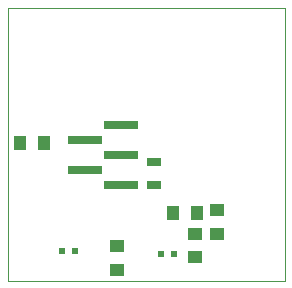
<source format=gbp>
G04 #@! TF.FileFunction,Paste,Bot*
%FSLAX46Y46*%
G04 Gerber Fmt 4.6, Leading zero omitted, Abs format (unit mm)*
G04 Created by KiCad (PCBNEW 4.0.7) date 01/17/18 14:56:10*
%MOMM*%
%LPD*%
G01*
G04 APERTURE LIST*
%ADD10C,0.152400*%
%ADD11C,0.100000*%
%ADD12R,3.000000X0.650000*%
%ADD13R,1.250000X1.000000*%
%ADD14R,0.600000X0.500000*%
%ADD15R,1.000000X1.250000*%
%ADD16R,1.300000X0.700000*%
G04 APERTURE END LIST*
D10*
D11*
X37100000Y-36800000D02*
X37000000Y-36800000D01*
X37100000Y-13700000D02*
X37100000Y-36800000D01*
X36700000Y-13700000D02*
X37100000Y-13700000D01*
X35900000Y-13700000D02*
X36700000Y-13700000D01*
X13600000Y-13700000D02*
X35900000Y-13700000D01*
X13600000Y-36800000D02*
X13600000Y-13700000D01*
X37000000Y-36800000D02*
X13600000Y-36800000D01*
D12*
X23170000Y-23650000D03*
X23170000Y-26190000D03*
X23170000Y-28730000D03*
X20170000Y-24920000D03*
X20170000Y-27460000D03*
D13*
X29480000Y-34820000D03*
X29480000Y-32820000D03*
D14*
X18170000Y-34260000D03*
X19270000Y-34260000D03*
X26590000Y-34530000D03*
X27690000Y-34530000D03*
D13*
X22850000Y-35900000D03*
X22850000Y-33900000D03*
D15*
X14670000Y-25120000D03*
X16670000Y-25120000D03*
D13*
X31340000Y-32850000D03*
X31340000Y-30850000D03*
D16*
X26030000Y-26780000D03*
X26030000Y-28680000D03*
D15*
X29620000Y-31100000D03*
X27620000Y-31100000D03*
M02*

</source>
